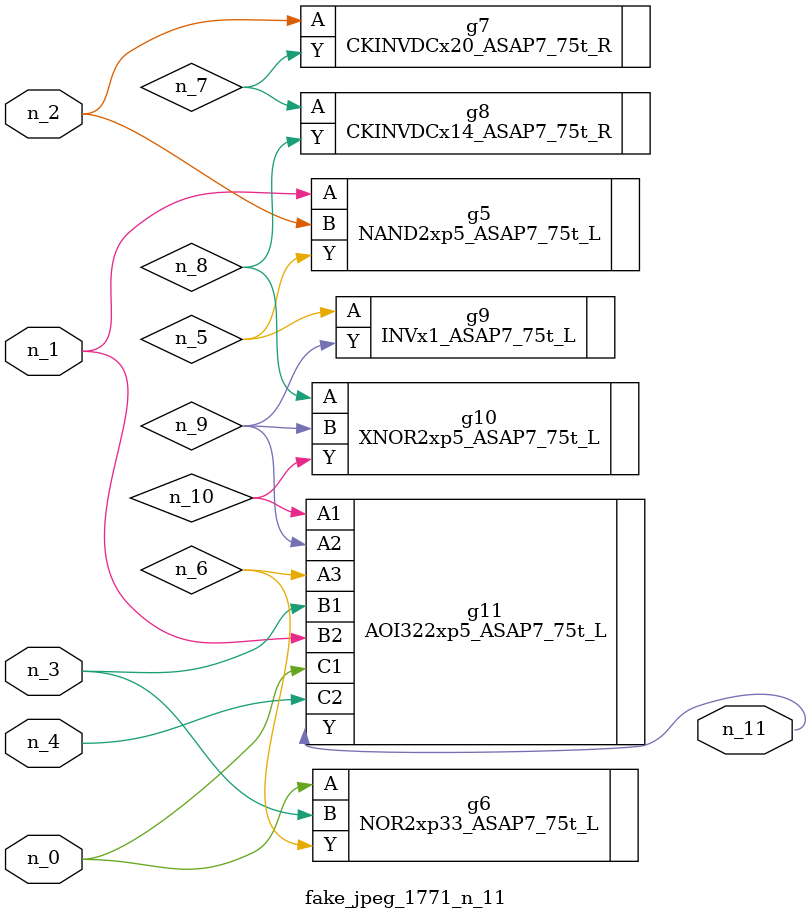
<source format=v>
module fake_jpeg_1771_n_11 (n_3, n_2, n_1, n_0, n_4, n_11);

input n_3;
input n_2;
input n_1;
input n_0;
input n_4;

output n_11;

wire n_10;
wire n_8;
wire n_9;
wire n_6;
wire n_5;
wire n_7;

NAND2xp5_ASAP7_75t_L g5 ( 
.A(n_1),
.B(n_2),
.Y(n_5)
);

NOR2xp33_ASAP7_75t_L g6 ( 
.A(n_0),
.B(n_3),
.Y(n_6)
);

CKINVDCx20_ASAP7_75t_R g7 ( 
.A(n_2),
.Y(n_7)
);

CKINVDCx14_ASAP7_75t_R g8 ( 
.A(n_7),
.Y(n_8)
);

XNOR2xp5_ASAP7_75t_L g10 ( 
.A(n_8),
.B(n_9),
.Y(n_10)
);

INVx1_ASAP7_75t_L g9 ( 
.A(n_5),
.Y(n_9)
);

AOI322xp5_ASAP7_75t_L g11 ( 
.A1(n_10),
.A2(n_9),
.A3(n_6),
.B1(n_3),
.B2(n_1),
.C1(n_0),
.C2(n_4),
.Y(n_11)
);


endmodule
</source>
